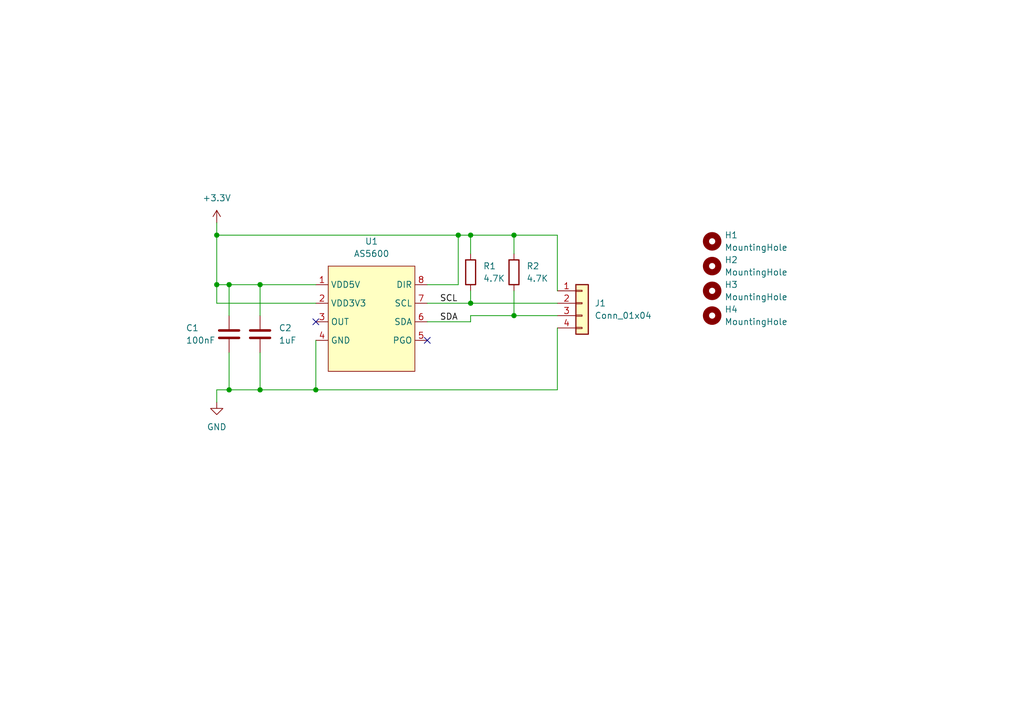
<source format=kicad_sch>
(kicad_sch (version 20231120) (generator "eeschema") (generator_version "8.0")
  (paper "A5")
  (title_block (title "Encoder Board") (date "2024-11-17") (rev "1.0") (company "Stampede - UT RoboMaster"))
  (lib_symbols
    (symbol "Connector_Generic:Conn_01x04" (pin_names (offset 1.016) hide)
      (property "Reference" "J1" (at 2.54 0.0001 0))
      (property "Value" "Conn_01x04" (at 2.54 -2.5399 0))
      (symbol "Conn_01x04_1_1"
        (rectangle (start -1.27 -4.953) (end 0 -5.207) (stroke (width 0.1524)))
        (rectangle (start -1.27 -2.413) (end 0 -2.667) (stroke (width 0.1524)))
        (rectangle (start -1.27 0.127) (end 0 -0.127) (stroke (width 0.1524)))
        (rectangle (start -1.27 2.667) (end 0 2.413) (stroke (width 0.1524)))
        (rectangle (start -1.27 3.81) (end 1.27 -6.35) (stroke (width 0.254)) (fill (type background)))
        (pin power_out line (at -5.08 2.54 0) (length 3.81) (name "Pin_1") (number "1"))
        (pin passive line (at -5.08 0 0) (length 3.81) (name "Pin_2") (number "2"))
        (pin passive line (at -5.08 -2.54 0) (length 3.81) (name "Pin_3") (number "3"))
        (pin power_out line (at -5.08 -5.08 0) (length 3.81) (name "Pin_4") (number "4"))
      )
    )
    (symbol "Device:C" (pin_numbers hide) (pin_names (offset 0.254))
      (property "Reference" "C" (at 0.635 2.54 0))
      (property "Value" "C" (at 0.635 -2.54 0))
      (symbol "C_0_1"
        (polyline (pts (xy -2.032 -0.762) (xy 2.032 -0.762)) (stroke (width 0.508)))
        (polyline (pts (xy -2.032 0.762) (xy 2.032 0.762)) (stroke (width 0.508)))
      )
      (symbol "C_1_1"
        (pin passive line (at 0 3.81 270) (length 2.794) (name "~") (number "1"))
        (pin passive line (at 0 -3.81 90) (length 2.794) (name "~") (number "2"))
      )
    )
    (symbol "Device:R" (pin_numbers hide) (pin_names (offset 0))
      (property "Reference" "R" (at 2.032 0 90))
      (property "Value" "R" (at 0 0 90))
      (symbol "R_0_1"
        (rectangle (start -1.016 -2.54) (end 1.016 2.54) (stroke (width 0.254)))
      )
      (symbol "R_1_1"
        (pin passive line (at 0 3.81 270) (length 1.27) (name "~") (number "1"))
        (pin passive line (at 0 -3.81 90) (length 1.27) (name "~") (number "2"))
      )
    )
    (symbol "Mechanical:MountingHole" (pin_names (offset 1.016)) (exclude_from_sim yes) (in_bom no)
      (property "Reference" "H" (at 0 5.08 0))
      (property "Value" "MountingHole" (at 0 3.175 0))
      (symbol "MountingHole_0_1"
        (circle (center 0 0) (radius 1.27) (stroke (width 1.27)))
      )
    )
    (symbol "RoboMaster:AS5600"
      (property "Reference" "U" (at 0 -10.668 0))
      (property "Value" "AS5600" (at 0 -8.382 0))
      (symbol "AS5600_1_1"
        (rectangle (start -8.89 8.89) (end 8.89 -12.7) (fill (type background)))
        (pin power_in line (at -11.43 5.08 0) (length 2.54) (name "VDD5V") (number "1"))
        (pin power_in line (at -11.43 1.27 0) (length 2.54) (name "VDD3V3") (number "2"))
        (pin output line (at -11.43 -2.54 0) (length 2.54) (name "OUT") (number "3"))
        (pin power_in line (at -11.43 -6.35 0) (length 2.54) (name "GND") (number "4"))
        (pin input line (at 11.43 -6.35 180) (length 2.54) (name "PGO") (number "5"))
        (pin bidirectional line (at 11.43 -2.54 180) (length 2.54) (name "SDA") (number "6"))
        (pin input line (at 11.43 1.27 180) (length 2.54) (name "SCL") (number "7"))
        (pin input line (at 11.43 5.08 180) (length 2.54) (name "DIR") (number "8"))
      )
    )
    (symbol "power:+3.3V" (power) (pin_numbers hide) (pin_names (offset 0) hide)
      (property "Value" "+3.3V" (at 0 3.556 0))
      (symbol "+3.3V_0_1"
        (polyline (pts (xy -0.762 1.27) (xy 0 2.54)))
        (polyline (pts (xy 0 0) (xy 0 2.54)))
        (polyline (pts (xy 0 2.54) (xy 0.762 1.27)))
      )
      (symbol "+3.3V_1_1"
        (pin power_in line (at 0 0 90) (length 0) (name "~") (number "1"))
      )
    )
    (symbol "power:GND" (power) (pin_numbers hide) (pin_names (offset 0) hide)
      (property "Value" "GND" (at 0 -3.81 0))
      (symbol "GND_0_1"
        (polyline (pts (xy 0 0) (xy 0 -1.27) (xy 1.27 -1.27) (xy 0 -2.54) (xy -1.27 -1.27) (xy 0 -1.27)))
      )
      (symbol "GND_1_1"
        (pin power_in line (at 0 0 270) (length 0) (name "~") (number "1"))
      )
    )
  )
  (junction (at 53.34 58.42))
  (junction (at 46.99 58.42))
  (junction (at 64.77 80.01))
  (junction (at 93.98 48.26))
  (junction (at 105.41 64.77))
  (junction (at 53.34 80.01))
  (junction (at 44.45 58.42))
  (junction (at 96.52 62.23))
  (junction (at 44.45 48.26))
  (junction (at 105.41 48.26))
  (junction (at 96.52 48.26))
  (junction (at 46.99 80.01))
  (no_connect (at 64.77 66.04))
  (no_connect (at 87.63 69.85))
  (wire (pts (xy 64.77 69.85) (xy 64.77 80.01)))
  (wire (pts (xy 114.3 67.31) (xy 114.3 80.01)))
  (wire (pts (xy 53.34 58.42) (xy 64.77 58.42)))
  (wire (pts (xy 105.41 48.26) (xy 105.41 52.07)))
  (wire (pts (xy 44.45 45.72) (xy 44.45 48.26)))
  (wire (pts (xy 46.99 80.01) (xy 44.45 80.01)))
  (wire (pts (xy 44.45 62.23) (xy 64.77 62.23)))
  (wire (pts (xy 96.52 48.26) (xy 96.52 52.07)))
  (wire (pts (xy 105.41 59.69) (xy 105.41 64.77)))
  (wire (pts (xy 44.45 48.26) (xy 44.45 58.42)))
  (wire (pts (xy 105.41 48.26) (xy 114.3 48.26)))
  (wire (pts (xy 44.45 48.26) (xy 93.98 48.26)))
  (wire (pts (xy 96.52 48.26) (xy 105.41 48.26)))
  (wire (pts (xy 64.77 80.01) (xy 114.3 80.01)))
  (wire (pts (xy 87.63 66.04) (xy 96.52 66.04)))
  (wire (pts (xy 96.52 62.23) (xy 114.3 62.23)))
  (wire (pts (xy 53.34 72.39) (xy 53.34 80.01)))
  (wire (pts (xy 96.52 59.69) (xy 96.52 62.23)))
  (wire (pts (xy 93.98 58.42) (xy 93.98 48.26)))
  (wire (pts (xy 114.3 48.26) (xy 114.3 59.69)))
  (wire (pts (xy 46.99 58.42) (xy 53.34 58.42)))
  (wire (pts (xy 105.41 64.77) (xy 114.3 64.77)))
  (wire (pts (xy 87.63 58.42) (xy 93.98 58.42)))
  (wire (pts (xy 96.52 66.04) (xy 96.52 64.77)))
  (wire (pts (xy 53.34 58.42) (xy 53.34 64.77)))
  (wire (pts (xy 44.45 58.42) (xy 44.45 62.23)))
  (wire (pts (xy 44.45 80.01) (xy 44.45 82.55)))
  (wire (pts (xy 53.34 80.01) (xy 64.77 80.01)))
  (wire (pts (xy 93.98 48.26) (xy 96.52 48.26)))
  (wire (pts (xy 46.99 58.42) (xy 46.99 64.77)))
  (wire (pts (xy 96.52 64.77) (xy 105.41 64.77)))
  (wire (pts (xy 46.99 72.39) (xy 46.99 80.01)))
  (wire (pts (xy 44.45 58.42) (xy 46.99 58.42)))
  (wire (pts (xy 87.63 62.23) (xy 96.52 62.23)))
  (wire (pts (xy 53.34 80.01) (xy 46.99 80.01)))
  (label "SCL" (at 90.17 62.23 0))
  (label "SDA" (at 90.17 66.04 0))
  (symbol (lib_id "Mechanical:MountingHole") (at 146.05 54.61 0) (unit 1) (exclude_from_sim yes) (in_bom no)
    (property "Reference" "H2" (at 148.59 53.3399 0) (effects (justify left)))
    (property "Value" "MountingHole" (at 148.59 55.8799 0) (effects (justify left)))
    (property "Footprint" "MountingHole:MountingHole_3.2mm_M3" (effects (hide yes)))
    (property "Description" "Mounting Hole without connection" (effects (hide yes)))
  )
  (symbol (lib_id "RoboMaster:AS5600") (at 76.2 63.5 0) (unit 1)
    (property "Reference" "U1" (at 76.2 49.53 0))
    (property "Value" "AS5600" (at 76.2 52.07 0))
    (property "Footprint" "Package_SO:SOIC-8_3.9x4.9mm_P1.27mm" (effects (hide yes)))
    (property "Datasheet" "https://look.ams-osram.com/m/7059eac7531a86fd/original/AS5600-DS000365.pdf" (effects (hide yes)))
    (property "Description" "12-Bit Programmable Contactless Potentiometer" (effects (hide yes)))
  )
  (symbol (lib_id "Mechanical:MountingHole") (at 146.05 49.53 0) (unit 1) (exclude_from_sim yes) (in_bom no)
    (property "Reference" "H1" (at 148.59 48.2599 0) (effects (justify left)))
    (property "Value" "MountingHole" (at 148.59 50.7999 0) (effects (justify left)))
    (property "Footprint" "MountingHole:MountingHole_3.2mm_M3" (effects (hide yes)))
    (property "Description" "Mounting Hole without connection" (effects (hide yes)))
  )
  (symbol (lib_id "Device:R") (at 105.41 55.88 0) (unit 1)
    (property "Reference" "R2" (at 107.95 54.6099 0) (effects (justify left)))
    (property "Value" "4.7K" (at 107.95 57.1499 0) (effects (justify left)))
    (property "Footprint" "Resistor_SMD:R_0603_1608Metric" (effects (hide yes)))
    (property "Description" "Resistor" (effects (hide yes)))
  )
  (symbol (lib_id "power:GND") (at 44.45 82.55 0) (unit 1)
    (property "Reference" "#PWR02" (effects (hide yes)))
    (property "Value" "GND" (at 44.45 87.63 0))
    (property "Description" "Power symbol creates a global label with name \"GND\" , ground" (effects (hide yes)))
  )
  (symbol (lib_id "Connector_Generic:Conn_01x04") (at 119.38 62.23 0) (unit 1)
    (property "Reference" "J1" (at 121.92 62.2299 0) (effects (justify left)))
    (property "Value" "Conn_01x04" (at 121.92 64.7699 0) (effects (justify left)))
    (property "Footprint" "Connector_JST:JST_GH_SM04B-GHS-TB_1x04-1MP_P1.25mm_Horizontal" (effects (hide yes)))
    (property "Description" "Generic connector, single row, 01x04, script generated (kicad-library-utils/schlib/autogen/connector/)" (effects (hide yes)))
  )
  (symbol (lib_id "Device:C") (at 53.34 68.58 0) (unit 1)
    (property "Reference" "C2" (at 57.15 67.3099 0) (effects (justify left)))
    (property "Value" "1uF" (at 57.15 69.8499 0) (effects (justify left)))
    (property "Footprint" "Capacitor_SMD:C_0603_1608Metric" (effects (hide yes)))
    (property "Description" "Unpolarized capacitor" (effects (hide yes)))
  )
  (symbol (lib_id "Mechanical:MountingHole") (at 146.05 59.69 0) (unit 1) (exclude_from_sim yes) (in_bom no)
    (property "Reference" "H3" (at 148.59 58.4199 0) (effects (justify left)))
    (property "Value" "MountingHole" (at 148.59 60.9599 0) (effects (justify left)))
    (property "Footprint" "MountingHole:MountingHole_3.2mm_M3" (effects (hide yes)))
    (property "Description" "Mounting Hole without connection" (effects (hide yes)))
  )
  (symbol (lib_id "Device:C") (at 46.99 68.58 0) (unit 1)
    (property "Reference" "C1" (at 38.1 67.31 0) (effects (justify left)))
    (property "Value" "100nF" (at 38.1 69.85 0) (effects (justify left)))
    (property "Footprint" "Capacitor_SMD:C_0603_1608Metric" (effects (hide yes)))
    (property "Description" "Unpolarized capacitor" (effects (hide yes)))
  )
  (symbol (lib_id "Device:R") (at 96.52 55.88 0) (unit 1)
    (property "Reference" "R1" (at 99.06 54.6099 0) (effects (justify left)))
    (property "Value" "4.7K" (at 99.06 57.1499 0) (effects (justify left)))
    (property "Footprint" "Resistor_SMD:R_0603_1608Metric" (effects (hide yes)))
    (property "Description" "Resistor" (effects (hide yes)))
  )
  (symbol (lib_id "Mechanical:MountingHole") (at 146.05 64.77 0) (unit 1) (exclude_from_sim yes) (in_bom no)
    (property "Reference" "H4" (at 148.59 63.4999 0) (effects (justify left)))
    (property "Value" "MountingHole" (at 148.59 66.0399 0) (effects (justify left)))
    (property "Footprint" "MountingHole:MountingHole_3.2mm_M3" (effects (hide yes)))
    (property "Description" "Mounting Hole without connection" (effects (hide yes)))
  )
  (symbol (lib_id "power:+3.3V") (at 44.45 45.72 0) (unit 1)
    (property "Reference" "#PWR01" (effects (hide yes)))
    (property "Value" "+3.3V" (at 44.45 40.64 0))
    (property "Description" "Power symbol creates a global label with name \"+3.3V\"" (effects (hide yes)))
  )
)
</source>
